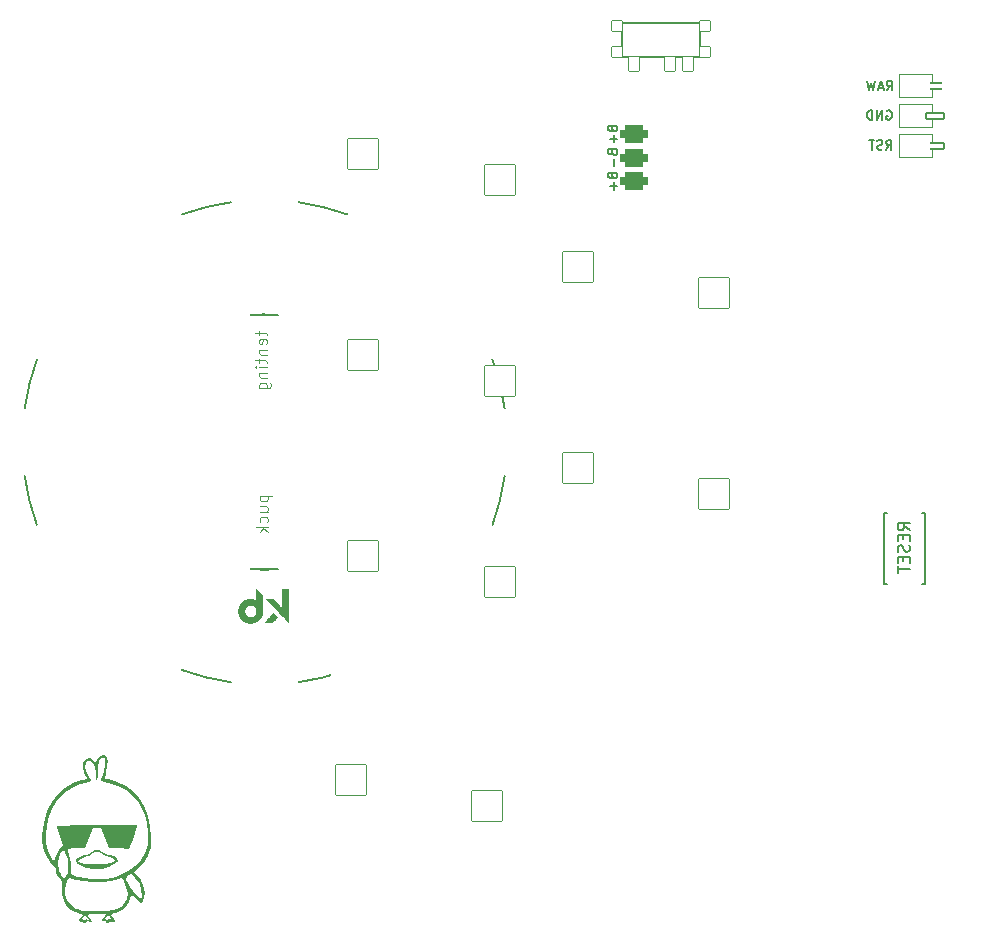
<source format=gbo>
%TF.GenerationSoftware,KiCad,Pcbnew,(6.0.4-0)*%
%TF.CreationDate,2022-07-25T11:59:58+02:00*%
%TF.ProjectId,battoota,62617474-6f6f-4746-912e-6b696361645f,v1.0.0*%
%TF.SameCoordinates,Original*%
%TF.FileFunction,Legend,Bot*%
%TF.FilePolarity,Positive*%
%FSLAX46Y46*%
G04 Gerber Fmt 4.6, Leading zero omitted, Abs format (unit mm)*
G04 Created by KiCad (PCBNEW (6.0.4-0)) date 2022-07-25 11:59:58*
%MOMM*%
%LPD*%
G01*
G04 APERTURE LIST*
G04 Aperture macros list*
%AMRoundRect*
0 Rectangle with rounded corners*
0 $1 Rounding radius*
0 $2 $3 $4 $5 $6 $7 $8 $9 X,Y pos of 4 corners*
0 Add a 4 corners polygon primitive as box body*
4,1,4,$2,$3,$4,$5,$6,$7,$8,$9,$2,$3,0*
0 Add four circle primitives for the rounded corners*
1,1,$1+$1,$2,$3*
1,1,$1+$1,$4,$5*
1,1,$1+$1,$6,$7*
1,1,$1+$1,$8,$9*
0 Add four rect primitives between the rounded corners*
20,1,$1+$1,$2,$3,$4,$5,0*
20,1,$1+$1,$4,$5,$6,$7,0*
20,1,$1+$1,$6,$7,$8,$9,0*
20,1,$1+$1,$8,$9,$2,$3,0*%
%AMFreePoly0*
4,1,16,0.685355,0.785355,0.700000,0.750000,0.691603,0.722265,0.210093,0.000000,0.691603,-0.722265,0.699029,-0.759806,0.677735,-0.791603,0.650000,-0.800000,-0.500000,-0.800000,-0.535355,-0.785355,-0.550000,-0.750000,-0.550000,0.750000,-0.535355,0.785355,-0.500000,0.800000,0.650000,0.800000,0.685355,0.785355,0.685355,0.785355,$1*%
%AMFreePoly1*
4,1,16,0.535355,0.785355,0.550000,0.750000,0.550000,-0.750000,0.535355,-0.785355,0.500000,-0.800000,-0.500000,-0.800000,-0.535355,-0.785355,-0.541603,-0.777735,-1.041603,-0.027735,-1.049029,0.009806,-1.041603,0.027735,-0.541603,0.777735,-0.509806,0.799029,-0.500000,0.800000,0.500000,0.800000,0.535355,0.785355,0.535355,0.785355,$1*%
G04 Aperture macros list end*
%ADD10C,0.150000*%
%ADD11C,0.100000*%
%ADD12C,0.120000*%
%ADD13C,0.200000*%
%ADD14C,0.010000*%
%ADD15RoundRect,0.375000X-0.750000X0.375000X-0.750000X-0.375000X0.750000X-0.375000X0.750000X0.375000X0*%
%ADD16C,1.752600*%
%ADD17C,2.100000*%
%ADD18C,1.801800*%
%ADD19C,3.100000*%
%ADD20C,3.529000*%
%ADD21RoundRect,0.050000X-1.054507X-1.505993X1.505993X-1.054507X1.054507X1.505993X-1.505993X1.054507X0*%
%ADD22C,2.132000*%
%ADD23RoundRect,0.050000X-1.181751X-1.408356X1.408356X-1.181751X1.181751X1.408356X-1.408356X1.181751X0*%
%ADD24RoundRect,0.050000X-1.300000X-1.300000X1.300000X-1.300000X1.300000X1.300000X-1.300000X1.300000X0*%
%ADD25RoundRect,0.050000X-0.450000X-0.450000X0.450000X-0.450000X0.450000X0.450000X-0.450000X0.450000X0*%
%ADD26C,1.100000*%
%ADD27RoundRect,0.050000X-0.450000X-0.625000X0.450000X-0.625000X0.450000X0.625000X-0.450000X0.625000X0*%
%ADD28RoundRect,0.050000X-1.716367X-0.658851X0.658851X-1.716367X1.716367X0.658851X-0.658851X1.716367X0*%
%ADD29RoundRect,0.425000X-0.750000X0.375000X-0.750000X-0.375000X0.750000X-0.375000X0.750000X0.375000X0*%
%ADD30RoundRect,0.050000X-0.863113X-1.623279X1.623279X-0.863113X0.863113X1.623279X-1.623279X0.863113X0*%
%ADD31RoundRect,0.050000X-1.487360X-1.080630X1.080630X-1.487360X1.487360X1.080630X-1.080630X1.487360X0*%
%ADD32C,1.852600*%
%ADD33FreePoly0,180.000000*%
%ADD34RoundRect,0.050000X-0.762000X0.250000X-0.762000X-0.250000X0.762000X-0.250000X0.762000X0.250000X0*%
%ADD35FreePoly1,180.000000*%
%ADD36C,4.500000*%
G04 APERTURE END LIST*
D10*
%TO.C,B1*%
X158422171Y79202634D02*
X157945981Y79535968D01*
X158422171Y79774063D02*
X157422171Y79774063D01*
X157422171Y79393111D01*
X157469791Y79297873D01*
X157517410Y79250254D01*
X157612648Y79202634D01*
X157755505Y79202634D01*
X157850743Y79250254D01*
X157898362Y79297873D01*
X157945981Y79393111D01*
X157945981Y79774063D01*
X157898362Y78774063D02*
X157898362Y78440730D01*
X158422171Y78297873D02*
X158422171Y78774063D01*
X157422171Y78774063D01*
X157422171Y78297873D01*
X158374552Y77916920D02*
X158422171Y77774063D01*
X158422171Y77535968D01*
X158374552Y77440730D01*
X158326933Y77393111D01*
X158231695Y77345492D01*
X158136457Y77345492D01*
X158041219Y77393111D01*
X157993600Y77440730D01*
X157945981Y77535968D01*
X157898362Y77726444D01*
X157850743Y77821682D01*
X157803124Y77869301D01*
X157707886Y77916920D01*
X157612648Y77916920D01*
X157517410Y77869301D01*
X157469791Y77821682D01*
X157422171Y77726444D01*
X157422171Y77488349D01*
X157469791Y77345492D01*
X157898362Y76916920D02*
X157898362Y76583587D01*
X158422171Y76440730D02*
X158422171Y76916920D01*
X157422171Y76916920D01*
X157422171Y76440730D01*
X157422171Y76155015D02*
X157422171Y75583587D01*
X158422171Y75869301D02*
X157422171Y75869301D01*
%TO.C,PAD1*%
X133252648Y109176349D02*
X133290743Y109062063D01*
X133328838Y109023968D01*
X133405029Y108985873D01*
X133519314Y108985873D01*
X133595505Y109023968D01*
X133633600Y109062063D01*
X133671695Y109138254D01*
X133671695Y109443015D01*
X132871695Y109443015D01*
X132871695Y109176349D01*
X132909791Y109100158D01*
X132947886Y109062063D01*
X133024076Y109023968D01*
X133100267Y109023968D01*
X133176457Y109062063D01*
X133214552Y109100158D01*
X133252648Y109176349D01*
X133252648Y109443015D01*
X133366933Y108643015D02*
X133366933Y108033492D01*
X133671695Y108338254D02*
X133062171Y108338254D01*
X133252648Y113176349D02*
X133290743Y113062063D01*
X133328838Y113023968D01*
X133405029Y112985873D01*
X133519314Y112985873D01*
X133595505Y113023968D01*
X133633600Y113062063D01*
X133671695Y113138254D01*
X133671695Y113443015D01*
X132871695Y113443015D01*
X132871695Y113176349D01*
X132909791Y113100158D01*
X132947886Y113062063D01*
X133024076Y113023968D01*
X133100267Y113023968D01*
X133176457Y113062063D01*
X133214552Y113100158D01*
X133252648Y113176349D01*
X133252648Y113443015D01*
X133366933Y112643015D02*
X133366933Y112033492D01*
X133671695Y112338254D02*
X133062171Y112338254D01*
X133252648Y111176349D02*
X133290743Y111062063D01*
X133328838Y111023968D01*
X133405029Y110985873D01*
X133519314Y110985873D01*
X133595505Y111023968D01*
X133633600Y111062063D01*
X133671695Y111138254D01*
X133671695Y111443015D01*
X132871695Y111443015D01*
X132871695Y111176349D01*
X132909791Y111100158D01*
X132947886Y111062063D01*
X133024076Y111023968D01*
X133100267Y111023968D01*
X133176457Y111062063D01*
X133214552Y111100158D01*
X133252648Y111176349D01*
X133252648Y111443015D01*
X133366933Y110643015D02*
X133366933Y110033492D01*
%TO.C,MCU1*%
X156461797Y116446070D02*
X156728464Y116827022D01*
X156918940Y116446070D02*
X156918940Y117246070D01*
X156614178Y117246070D01*
X156537988Y117207975D01*
X156499893Y117169879D01*
X156461797Y117093689D01*
X156461797Y116979403D01*
X156499893Y116903213D01*
X156537988Y116865117D01*
X156614178Y116827022D01*
X156918940Y116827022D01*
X156157036Y116674641D02*
X155776083Y116674641D01*
X156233226Y116446070D02*
X155966559Y117246070D01*
X155699893Y116446070D01*
X155509417Y117246070D02*
X155318940Y116446070D01*
X155166559Y117017498D01*
X155014178Y116446070D01*
X154823702Y117246070D01*
X156424534Y111408502D02*
X156691200Y111789454D01*
X156881677Y111408502D02*
X156881677Y112208502D01*
X156576915Y112208502D01*
X156500724Y112170407D01*
X156462629Y112132311D01*
X156424534Y112056121D01*
X156424534Y111941835D01*
X156462629Y111865645D01*
X156500724Y111827549D01*
X156576915Y111789454D01*
X156881677Y111789454D01*
X156119772Y111446597D02*
X156005486Y111408502D01*
X155815010Y111408502D01*
X155738819Y111446597D01*
X155700724Y111484692D01*
X155662629Y111560883D01*
X155662629Y111637073D01*
X155700724Y111713264D01*
X155738819Y111751359D01*
X155815010Y111789454D01*
X155967391Y111827549D01*
X156043581Y111865645D01*
X156081677Y111903740D01*
X156119772Y111979930D01*
X156119772Y112056121D01*
X156081677Y112132311D01*
X156043581Y112170407D01*
X155967391Y112208502D01*
X155776915Y112208502D01*
X155662629Y112170407D01*
X155434058Y112208502D02*
X154976915Y112208502D01*
X155205486Y111408502D02*
X155205486Y112208502D01*
X156481677Y114710407D02*
X156557868Y114748502D01*
X156672154Y114748502D01*
X156786439Y114710407D01*
X156862630Y114634216D01*
X156900725Y114558026D01*
X156938820Y114405645D01*
X156938820Y114291359D01*
X156900725Y114138978D01*
X156862630Y114062787D01*
X156786439Y113986597D01*
X156672154Y113948502D01*
X156595963Y113948502D01*
X156481677Y113986597D01*
X156443582Y114024692D01*
X156443582Y114291359D01*
X156595963Y114291359D01*
X156100725Y113948502D02*
X156100725Y114748502D01*
X155643582Y113948502D01*
X155643582Y114748502D01*
X155262630Y113948502D02*
X155262630Y114748502D01*
X155072154Y114748502D01*
X154957868Y114710407D01*
X154881677Y114634216D01*
X154843582Y114558026D01*
X154805487Y114405645D01*
X154805487Y114291359D01*
X154843582Y114138978D01*
X154881677Y114062787D01*
X154957868Y113986597D01*
X155072154Y113948502D01*
X155262630Y113948502D01*
D11*
%TO.C,REF\u002A\u002A*%
X103342638Y96061754D02*
X103342638Y95680801D01*
X103009304Y95918896D02*
X103866447Y95918896D01*
X103961685Y95871277D01*
X104009304Y95776039D01*
X104009304Y95680801D01*
X103961685Y94966515D02*
X104009304Y95061754D01*
X104009304Y95252230D01*
X103961685Y95347468D01*
X103866447Y95395087D01*
X103485495Y95395087D01*
X103390257Y95347468D01*
X103342638Y95252230D01*
X103342638Y95061754D01*
X103390257Y94966515D01*
X103485495Y94918896D01*
X103580733Y94918896D01*
X103675971Y95395087D01*
X103342638Y94490325D02*
X104009304Y94490325D01*
X103437876Y94490325D02*
X103390257Y94442706D01*
X103342638Y94347468D01*
X103342638Y94204611D01*
X103390257Y94109373D01*
X103485495Y94061754D01*
X104009304Y94061754D01*
X103342638Y93728420D02*
X103342638Y93347468D01*
X103009304Y93585563D02*
X103866447Y93585563D01*
X103961685Y93537944D01*
X104009304Y93442706D01*
X104009304Y93347468D01*
X104009304Y93014134D02*
X103342638Y93014134D01*
X103009304Y93014134D02*
X103056924Y93061754D01*
X103104543Y93014134D01*
X103056924Y92966515D01*
X103009304Y93014134D01*
X103104543Y93014134D01*
X103342638Y92537944D02*
X104009304Y92537944D01*
X103437876Y92537944D02*
X103390257Y92490325D01*
X103342638Y92395087D01*
X103342638Y92252230D01*
X103390257Y92156992D01*
X103485495Y92109373D01*
X104009304Y92109373D01*
X103342638Y91204611D02*
X104152162Y91204611D01*
X104247400Y91252230D01*
X104295019Y91299849D01*
X104342638Y91395087D01*
X104342638Y91537944D01*
X104295019Y91633182D01*
X103961685Y91204611D02*
X104009304Y91299849D01*
X104009304Y91490325D01*
X103961685Y91585563D01*
X103914066Y91633182D01*
X103818828Y91680801D01*
X103533114Y91680801D01*
X103437876Y91633182D01*
X103390257Y91585563D01*
X103342638Y91490325D01*
X103342638Y91299849D01*
X103390257Y91204611D01*
X103406138Y82107754D02*
X104406138Y82107754D01*
X103453757Y82107754D02*
X103406138Y82012515D01*
X103406138Y81822039D01*
X103453757Y81726801D01*
X103501376Y81679182D01*
X103596614Y81631563D01*
X103882328Y81631563D01*
X103977566Y81679182D01*
X104025185Y81726801D01*
X104072804Y81822039D01*
X104072804Y82012515D01*
X104025185Y82107754D01*
X103406138Y80774420D02*
X104072804Y80774420D01*
X103406138Y81202992D02*
X103929947Y81202992D01*
X104025185Y81155373D01*
X104072804Y81060134D01*
X104072804Y80917277D01*
X104025185Y80822039D01*
X103977566Y80774420D01*
X104025185Y79869658D02*
X104072804Y79964896D01*
X104072804Y80155373D01*
X104025185Y80250611D01*
X103977566Y80298230D01*
X103882328Y80345849D01*
X103596614Y80345849D01*
X103501376Y80298230D01*
X103453757Y80250611D01*
X103406138Y80155373D01*
X103406138Y79964896D01*
X103453757Y79869658D01*
X104072804Y79441087D02*
X103072804Y79441087D01*
X103691852Y79345849D02*
X104072804Y79060134D01*
X103406138Y79060134D02*
X103787090Y79441087D01*
D10*
%TO.C,B1*%
X159719791Y74623254D02*
X159469791Y74623254D01*
X159719791Y80623254D02*
X159719791Y74623254D01*
X156219791Y80623254D02*
X156469791Y80623254D01*
X156469791Y74623254D02*
X156219791Y74623254D01*
X156219791Y74623254D02*
X156219791Y80623254D01*
X159469791Y80623254D02*
X159719791Y80623254D01*
%TO.C,T2*%
X139318406Y122101838D02*
X135418406Y122101838D01*
X140668406Y119251838D02*
X140668406Y122101838D01*
X134068406Y122101838D02*
X134068406Y119251838D01*
X134068406Y119251838D02*
X140668406Y119251838D01*
X137368406Y122101838D02*
X134068406Y122101838D01*
X137368406Y122101838D02*
X140668406Y122101838D01*
D12*
%TO.C,MCU1*%
X160318690Y114622348D02*
X160318690Y115302348D01*
X160318690Y110762348D02*
X160318690Y111422348D01*
X160318690Y117842348D02*
X157518690Y117842348D01*
X157518690Y117842348D02*
X157518690Y115842348D01*
X160318690Y112097348D02*
X160318690Y112762348D01*
X157518690Y110762348D02*
X160318690Y110762348D01*
X160318690Y115842348D02*
X160318690Y116522348D01*
X157518690Y112762348D02*
X157518690Y110762348D01*
X160318690Y115302348D02*
X157518690Y115302348D01*
X160318690Y112762348D02*
X157518690Y112762348D01*
X160318690Y117172348D02*
X160318690Y117842348D01*
X160318690Y113302348D02*
X160318690Y113972348D01*
X157518690Y115302348D02*
X157518690Y113302348D01*
X157518690Y113302348D02*
X160318690Y113302348D01*
X157518690Y115842348D02*
X160318690Y115842348D01*
D13*
%TO.C,REF\u002A\u002A*%
X103810924Y75845253D02*
G75*
G03*
X104939309Y75904390I0J10794901D01*
G01*
X103729388Y97462195D02*
G75*
G03*
X102601003Y97403059I-6J-10794921D01*
G01*
X84524789Y93648298D02*
G75*
G03*
X83490924Y89497754I19286255J-7008074D01*
G01*
X104939309Y97376117D02*
G75*
G03*
X103810924Y97435254I-1128385J-10735763D01*
G01*
X102682539Y75904390D02*
G75*
G03*
X103810924Y75845254I1128379J10735785D01*
G01*
X110818973Y105926387D02*
G75*
G03*
X106668424Y106960254I-7008049J-19286133D01*
G01*
X123097058Y79632206D02*
G75*
G03*
X124130924Y83782754I-19286134J7008048D01*
G01*
X104857773Y97403059D02*
G75*
G03*
X103729388Y97462195I-1128379J-10735785D01*
G01*
X96802879Y67354119D02*
G75*
G03*
X100953424Y66320254I7008045J19286135D01*
G01*
X106668424Y66320254D02*
G75*
G03*
X110818969Y67354119I-2857506J20320019D01*
G01*
X83490923Y83782754D02*
G75*
G03*
X84524789Y79632208I20320001J2857500D01*
G01*
X100953424Y106960255D02*
G75*
G03*
X96802878Y105926389I2857500J-20320001D01*
G01*
X103729388Y75872195D02*
G75*
G03*
X104857773Y75931331I6J10794921D01*
G01*
X102601003Y75931331D02*
G75*
G03*
X103729388Y75872195I1128379J10735785D01*
G01*
X124130924Y89497754D02*
G75*
G03*
X123097058Y93648302I-20320000J-2857500D01*
G01*
X103810924Y97435254D02*
G75*
G03*
X102682539Y97376118I-6J-10794921D01*
G01*
G36*
X105810340Y71440839D02*
G01*
X105719496Y71533115D01*
X105705715Y71547111D01*
X105673854Y71579464D01*
X105627907Y71626118D01*
X105569091Y71685836D01*
X105498624Y71757381D01*
X105417725Y71839518D01*
X105327610Y71931011D01*
X105229498Y72030622D01*
X105124606Y72137115D01*
X105014152Y72249255D01*
X104899353Y72365804D01*
X104781428Y72485527D01*
X103934204Y73345664D01*
X104222572Y73348757D01*
X104510940Y73351851D01*
X105313886Y72549151D01*
X105313886Y74182709D01*
X105810340Y74182709D01*
X105810340Y71440839D01*
G37*
D14*
X105810340Y71440839D02*
X105719496Y71533115D01*
X105705715Y71547111D01*
X105673854Y71579464D01*
X105627907Y71626118D01*
X105569091Y71685836D01*
X105498624Y71757381D01*
X105417725Y71839518D01*
X105327610Y71931011D01*
X105229498Y72030622D01*
X105124606Y72137115D01*
X105014152Y72249255D01*
X104899353Y72365804D01*
X104781428Y72485527D01*
X103934204Y73345664D01*
X104222572Y73348757D01*
X104510940Y73351851D01*
X105313886Y72549151D01*
X105313886Y74182709D01*
X105810340Y74182709D01*
X105810340Y71440839D01*
G36*
X103607105Y72236831D02*
G01*
X103604492Y72208436D01*
X103595623Y72161986D01*
X103558070Y72034826D01*
X103502904Y71908963D01*
X103433212Y71790781D01*
X103352081Y71686661D01*
X103343687Y71677495D01*
X103235375Y71577169D01*
X103112955Y71493172D01*
X102979782Y71427193D01*
X102839214Y71380918D01*
X102694606Y71356037D01*
X102594360Y71351554D01*
X102445939Y71362953D01*
X102302520Y71395206D01*
X102166284Y71447229D01*
X102039409Y71517943D01*
X101924076Y71606265D01*
X101822463Y71711114D01*
X101736751Y71831407D01*
X101679496Y71938326D01*
X101626351Y72077562D01*
X101594995Y72222126D01*
X101588491Y72318490D01*
X102083730Y72318490D01*
X102084012Y72313200D01*
X102088330Y72257897D01*
X102095687Y72215605D01*
X102108332Y72176997D01*
X102128513Y72132751D01*
X102150001Y72094424D01*
X102191486Y72035630D01*
X102239543Y71980174D01*
X102288866Y71933980D01*
X102334152Y71902976D01*
X102350319Y71895200D01*
X102391224Y71877840D01*
X102434221Y71861754D01*
X102507048Y71842466D01*
X102610749Y71833945D01*
X102712290Y71846739D01*
X102809076Y71879871D01*
X102898508Y71932364D01*
X102977989Y72003241D01*
X103044923Y72091524D01*
X103073577Y72145669D01*
X103104009Y72239688D01*
X103114581Y72337237D01*
X103106275Y72435185D01*
X103080073Y72530398D01*
X103036960Y72619745D01*
X102977917Y72700091D01*
X102903927Y72768305D01*
X102815975Y72821254D01*
X102801972Y72827540D01*
X102703626Y72858165D01*
X102602274Y72868347D01*
X102501370Y72859027D01*
X102404371Y72831149D01*
X102314735Y72785653D01*
X102235918Y72723483D01*
X102171376Y72645579D01*
X102153606Y72617050D01*
X102109954Y72523627D01*
X102087098Y72425735D01*
X102083730Y72318490D01*
X101588491Y72318490D01*
X101584704Y72374604D01*
X101588265Y72464274D01*
X101610946Y72614553D01*
X101653698Y72756522D01*
X101715508Y72888507D01*
X101795366Y73008832D01*
X101892260Y73115821D01*
X102005180Y73207801D01*
X102133113Y73283094D01*
X102202964Y73315733D01*
X102278102Y73344950D01*
X102349754Y73364442D01*
X102426237Y73376379D01*
X102515872Y73382931D01*
X102533684Y73383599D01*
X102672885Y73377161D01*
X102803268Y73349485D01*
X102925484Y73300381D01*
X103040181Y73229659D01*
X103064315Y73212457D01*
X103089161Y73196114D01*
X103101592Y73189800D01*
X103102500Y73193830D01*
X103103949Y73217637D01*
X103105276Y73260760D01*
X103106445Y73320835D01*
X103107421Y73395497D01*
X103108171Y73482383D01*
X103108660Y73579128D01*
X103108852Y73683368D01*
X103109000Y74176936D01*
X103616704Y73666910D01*
X103616617Y72975196D01*
X103616614Y72963460D01*
X103616353Y72812986D01*
X103615689Y72675714D01*
X103614645Y72553058D01*
X103613242Y72446429D01*
X103611503Y72357240D01*
X103610919Y72337237D01*
X103609450Y72286903D01*
X103607105Y72236831D01*
G37*
X103607105Y72236831D02*
X103604492Y72208436D01*
X103595623Y72161986D01*
X103558070Y72034826D01*
X103502904Y71908963D01*
X103433212Y71790781D01*
X103352081Y71686661D01*
X103343687Y71677495D01*
X103235375Y71577169D01*
X103112955Y71493172D01*
X102979782Y71427193D01*
X102839214Y71380918D01*
X102694606Y71356037D01*
X102594360Y71351554D01*
X102445939Y71362953D01*
X102302520Y71395206D01*
X102166284Y71447229D01*
X102039409Y71517943D01*
X101924076Y71606265D01*
X101822463Y71711114D01*
X101736751Y71831407D01*
X101679496Y71938326D01*
X101626351Y72077562D01*
X101594995Y72222126D01*
X101588491Y72318490D01*
X102083730Y72318490D01*
X102084012Y72313200D01*
X102088330Y72257897D01*
X102095687Y72215605D01*
X102108332Y72176997D01*
X102128513Y72132751D01*
X102150001Y72094424D01*
X102191486Y72035630D01*
X102239543Y71980174D01*
X102288866Y71933980D01*
X102334152Y71902976D01*
X102350319Y71895200D01*
X102391224Y71877840D01*
X102434221Y71861754D01*
X102507048Y71842466D01*
X102610749Y71833945D01*
X102712290Y71846739D01*
X102809076Y71879871D01*
X102898508Y71932364D01*
X102977989Y72003241D01*
X103044923Y72091524D01*
X103073577Y72145669D01*
X103104009Y72239688D01*
X103114581Y72337237D01*
X103106275Y72435185D01*
X103080073Y72530398D01*
X103036960Y72619745D01*
X102977917Y72700091D01*
X102903927Y72768305D01*
X102815975Y72821254D01*
X102801972Y72827540D01*
X102703626Y72858165D01*
X102602274Y72868347D01*
X102501370Y72859027D01*
X102404371Y72831149D01*
X102314735Y72785653D01*
X102235918Y72723483D01*
X102171376Y72645579D01*
X102153606Y72617050D01*
X102109954Y72523627D01*
X102087098Y72425735D01*
X102083730Y72318490D01*
X101588491Y72318490D01*
X101584704Y72374604D01*
X101588265Y72464274D01*
X101610946Y72614553D01*
X101653698Y72756522D01*
X101715508Y72888507D01*
X101795366Y73008832D01*
X101892260Y73115821D01*
X102005180Y73207801D01*
X102133113Y73283094D01*
X102202964Y73315733D01*
X102278102Y73344950D01*
X102349754Y73364442D01*
X102426237Y73376379D01*
X102515872Y73382931D01*
X102533684Y73383599D01*
X102672885Y73377161D01*
X102803268Y73349485D01*
X102925484Y73300381D01*
X103040181Y73229659D01*
X103064315Y73212457D01*
X103089161Y73196114D01*
X103101592Y73189800D01*
X103102500Y73193830D01*
X103103949Y73217637D01*
X103105276Y73260760D01*
X103106445Y73320835D01*
X103107421Y73395497D01*
X103108171Y73482383D01*
X103108660Y73579128D01*
X103108852Y73683368D01*
X103109000Y74176936D01*
X103616704Y73666910D01*
X103616617Y72975196D01*
X103616614Y72963460D01*
X103616353Y72812986D01*
X103615689Y72675714D01*
X103614645Y72553058D01*
X103613242Y72446429D01*
X103611503Y72357240D01*
X103610919Y72337237D01*
X103609450Y72286903D01*
X103607105Y72236831D01*
G36*
X104516572Y72150526D02*
G01*
X104528801Y72140478D01*
X104554283Y72116858D01*
X104590430Y72082145D01*
X104634654Y72038820D01*
X104684367Y71989365D01*
X104845402Y71828021D01*
X104811520Y71790206D01*
X104808343Y71786714D01*
X104786475Y71763505D01*
X104752129Y71727759D01*
X104708313Y71682579D01*
X104658030Y71631066D01*
X104604288Y71576323D01*
X104430938Y71400254D01*
X103810924Y71400254D01*
X103839225Y71433889D01*
X103841518Y71436580D01*
X103862186Y71459809D01*
X103894944Y71495649D01*
X103937804Y71541994D01*
X103988776Y71596737D01*
X104045872Y71657772D01*
X104107102Y71722991D01*
X104170477Y71790289D01*
X104234010Y71857559D01*
X104295709Y71922694D01*
X104353588Y71983588D01*
X104405655Y72038134D01*
X104449924Y72084226D01*
X104484403Y72119757D01*
X104507106Y72142620D01*
X104516041Y72150709D01*
X104516572Y72150526D01*
G37*
X104516572Y72150526D02*
X104528801Y72140478D01*
X104554283Y72116858D01*
X104590430Y72082145D01*
X104634654Y72038820D01*
X104684367Y71989365D01*
X104845402Y71828021D01*
X104811520Y71790206D01*
X104808343Y71786714D01*
X104786475Y71763505D01*
X104752129Y71727759D01*
X104708313Y71682579D01*
X104658030Y71631066D01*
X104604288Y71576323D01*
X104430938Y71400254D01*
X103810924Y71400254D01*
X103839225Y71433889D01*
X103841518Y71436580D01*
X103862186Y71459809D01*
X103894944Y71495649D01*
X103937804Y71541994D01*
X103988776Y71596737D01*
X104045872Y71657772D01*
X104107102Y71722991D01*
X104170477Y71790289D01*
X104234010Y71857559D01*
X104295709Y71922694D01*
X104353588Y71983588D01*
X104405655Y72038134D01*
X104449924Y72084226D01*
X104484403Y72119757D01*
X104507106Y72142620D01*
X104516041Y72150709D01*
X104516572Y72150526D01*
%TO.C,G\u002A\u002A\u002A*%
G36*
X90327187Y50563091D02*
G01*
X90093894Y50498779D01*
X89843783Y50479571D01*
X89507703Y50490746D01*
X89223255Y50511888D01*
X88953348Y50555431D01*
X88817512Y50596739D01*
X89358979Y50596739D01*
X89409248Y50579853D01*
X89592369Y50573248D01*
X89716618Y50575718D01*
X89822992Y50589002D01*
X89782869Y50609940D01*
X89648587Y50623947D01*
X89401869Y50609940D01*
X89358979Y50596739D01*
X88817512Y50596739D01*
X88691094Y50635183D01*
X88573311Y50686007D01*
X90038633Y50686007D01*
X90039944Y50657105D01*
X90149758Y50641539D01*
X90232981Y50655097D01*
X90200911Y50692691D01*
X90151950Y50706219D01*
X90038633Y50686007D01*
X88573311Y50686007D01*
X88385032Y50767250D01*
X87983703Y50967738D01*
X87905318Y51039400D01*
X87829461Y51216421D01*
X87830027Y51224280D01*
X88036319Y51224280D01*
X88095019Y51109061D01*
X88322369Y50999467D01*
X88544154Y50945932D01*
X88920640Y50903848D01*
X89361611Y50890458D01*
X89828202Y50903416D01*
X90281549Y50940371D01*
X90682788Y50998977D01*
X90993053Y51076884D01*
X91173481Y51171744D01*
X91189906Y51192627D01*
X91164684Y51296484D01*
X90982404Y51410063D01*
X90652390Y51527007D01*
X90477039Y51584793D01*
X90190007Y51705888D01*
X89987178Y51824452D01*
X89760169Y51951971D01*
X89475114Y51969171D01*
X89213503Y51822192D01*
X89089201Y51736155D01*
X88832226Y51611111D01*
X88530713Y51501217D01*
X88422711Y51466386D01*
X88145730Y51343823D01*
X88036319Y51224280D01*
X87830027Y51224280D01*
X87837557Y51328764D01*
X87937717Y51442655D01*
X88168128Y51565748D01*
X88274289Y51610855D01*
X88530439Y51698135D01*
X88718040Y51733662D01*
X88745115Y51735839D01*
X88941631Y51807083D01*
X89153596Y51947188D01*
X89202855Y51987008D01*
X89476844Y52133179D01*
X89744241Y52123481D01*
X90042519Y51958388D01*
X90061763Y51944527D01*
X90342355Y51796579D01*
X90638491Y51708258D01*
X90758191Y51685613D01*
X91076128Y51572708D01*
X91291269Y51411731D01*
X91370369Y51224648D01*
X91366145Y51192627D01*
X91365375Y51186787D01*
X91285192Y51069704D01*
X91089733Y50932019D01*
X90756536Y50756602D01*
X90612813Y50687227D01*
X90538885Y50655097D01*
X90386806Y50589002D01*
X90327187Y50563091D01*
G37*
G36*
X93496478Y47840854D02*
G01*
X93317064Y47629188D01*
X93126883Y47850426D01*
X92935109Y48041725D01*
X92721027Y48208755D01*
X92505352Y48345845D01*
X92404082Y47967207D01*
X92326695Y47742854D01*
X92063267Y47318343D01*
X91691250Y47000502D01*
X91237897Y46816229D01*
X90987659Y46747766D01*
X90814773Y46653961D01*
X90802805Y46547232D01*
X90947036Y46421170D01*
X91049778Y46322193D01*
X91075063Y46255596D01*
X91116369Y46146804D01*
X91104137Y46023806D01*
X91034097Y45987600D01*
X90865267Y46061304D01*
X90741950Y46099483D01*
X90661823Y46018971D01*
X90610823Y45937471D01*
X90490080Y45902344D01*
X90388578Y46011165D01*
X90336176Y46071123D01*
X90179568Y46085957D01*
X90096097Y46077600D01*
X90019803Y46141527D01*
X90044899Y46255174D01*
X90213811Y46255174D01*
X90285565Y46261947D01*
X90372525Y46267912D01*
X90467091Y46163995D01*
X90479393Y46123146D01*
X90516433Y46090500D01*
X90567403Y46212806D01*
X90579832Y46249362D01*
X90647617Y46349693D01*
X90747757Y46306574D01*
X90819451Y46260946D01*
X90914000Y46255596D01*
X90902610Y46308867D01*
X90784954Y46397640D01*
X90675293Y46486255D01*
X90601685Y46637333D01*
X90587193Y46728234D01*
X90549155Y46655521D01*
X90474151Y46533140D01*
X90323006Y46372473D01*
X90275406Y46330109D01*
X90213811Y46255174D01*
X90044899Y46255174D01*
X90049649Y46276686D01*
X90185036Y46443854D01*
X90297757Y46564134D01*
X90354369Y46668643D01*
X90335094Y46684618D01*
X90188093Y46713126D01*
X89927928Y46732831D01*
X89592369Y46740188D01*
X89197779Y46730957D01*
X88941023Y46697233D01*
X88830099Y46631983D01*
X88853496Y46528189D01*
X88999703Y46378833D01*
X89109285Y46254435D01*
X89133005Y46195516D01*
X89169036Y46106017D01*
X89113228Y46003284D01*
X88986429Y45984833D01*
X88869572Y46067921D01*
X88812028Y46097330D01*
X88700941Y46004421D01*
X88690088Y45989981D01*
X88584907Y45902136D01*
X88480469Y45957021D01*
X88412322Y46006605D01*
X88220769Y46062854D01*
X88166526Y46069158D01*
X88077762Y46150711D01*
X88098967Y46267136D01*
X88279361Y46267136D01*
X88338232Y46265068D01*
X88424416Y46269059D01*
X88510470Y46163995D01*
X88522429Y46112802D01*
X88559714Y46076359D01*
X88634580Y46185855D01*
X88669267Y46242436D01*
X88756016Y46303828D01*
X88885676Y46230750D01*
X88947930Y46185721D01*
X88962335Y46195516D01*
X88862313Y46319417D01*
X88722498Y46503285D01*
X88636163Y46655521D01*
X88635901Y46656239D01*
X88597107Y46733051D01*
X88583054Y46644681D01*
X88529612Y46516124D01*
X88385869Y46364755D01*
X88366536Y46350137D01*
X88279361Y46267136D01*
X88098967Y46267136D01*
X88102312Y46285503D01*
X88237703Y46421170D01*
X88328042Y46487085D01*
X88398203Y46612253D01*
X88303735Y46712472D01*
X88047203Y46782873D01*
X88034864Y46784898D01*
X87558291Y46947150D01*
X87157820Y47247382D01*
X86868125Y47659806D01*
X86784850Y47853607D01*
X86720381Y48095361D01*
X86690444Y48391779D01*
X86685939Y48799801D01*
X86685896Y48837364D01*
X86906702Y48837364D01*
X86940891Y48313601D01*
X87100295Y47842007D01*
X87372870Y47453195D01*
X87746571Y47177777D01*
X87784776Y47159145D01*
X87973133Y47080671D01*
X88177582Y47026214D01*
X88436431Y46990037D01*
X88787991Y46966405D01*
X89270571Y46949580D01*
X89841733Y46941196D01*
X90460230Y46959197D01*
X90948617Y47015750D01*
X91327855Y47116953D01*
X91618906Y47268904D01*
X91842730Y47477699D01*
X92020290Y47749436D01*
X92121565Y47985996D01*
X92203507Y48365742D01*
X92192472Y48715411D01*
X92085612Y48981238D01*
X92070675Y49002342D01*
X91963135Y49212075D01*
X91873084Y49469149D01*
X91815709Y49647676D01*
X91743966Y49736179D01*
X91641983Y49714123D01*
X91621632Y49704679D01*
X91443371Y49645291D01*
X91161716Y49569004D01*
X90827820Y49489903D01*
X90762664Y49476124D01*
X90063620Y49389180D01*
X89299709Y49386041D01*
X88543261Y49463562D01*
X87866607Y49618601D01*
X87574945Y49702324D01*
X87315746Y49735767D01*
X87149485Y49671989D01*
X87041283Y49494437D01*
X86956262Y49186557D01*
X86906702Y48837364D01*
X86685896Y48837364D01*
X86685606Y49093225D01*
X86670300Y49370750D01*
X86634171Y49528102D01*
X86573222Y49593410D01*
X86529881Y49620913D01*
X86400384Y49776930D01*
X86267134Y50007891D01*
X86163046Y50251711D01*
X86121036Y50446308D01*
X86114528Y50487239D01*
X86023539Y50660947D01*
X85859483Y50851847D01*
X85703198Y51021938D01*
X86320070Y51021938D01*
X86374927Y50465978D01*
X86409834Y50345756D01*
X86530661Y50069570D01*
X86670507Y49873665D01*
X86868648Y49687521D01*
X87021657Y49921041D01*
X87029016Y49932732D01*
X87121623Y50192780D01*
X87169081Y50553532D01*
X87170910Y50956073D01*
X87126629Y51341486D01*
X87035759Y51650854D01*
X87021549Y51682373D01*
X86917348Y51925824D01*
X86843945Y52116521D01*
X86830144Y52154175D01*
X86783584Y52209505D01*
X86712544Y52150235D01*
X86589110Y51959124D01*
X86412530Y51565123D01*
X86320070Y51021938D01*
X85703198Y51021938D01*
X85628698Y51103019D01*
X85283723Y51664216D01*
X85065948Y52322795D01*
X84977346Y53067126D01*
X84988670Y53284974D01*
X85274369Y53284974D01*
X85288634Y52851574D01*
X85369292Y52305132D01*
X85533778Y51829423D01*
X85796394Y51372036D01*
X86008913Y51059286D01*
X86151615Y51572560D01*
X86209660Y51753004D01*
X86357279Y52080907D01*
X86519060Y52310575D01*
X86743802Y52535318D01*
X86464783Y53324894D01*
X86387973Y53547603D01*
X86291516Y53847492D01*
X86232159Y54059954D01*
X86220505Y54149212D01*
X86230363Y54151677D01*
X86366967Y54161412D01*
X86649145Y54173075D01*
X87058625Y54186160D01*
X87577138Y54200164D01*
X88186414Y54214581D01*
X88868181Y54228907D01*
X89604171Y54242639D01*
X90492213Y54256670D01*
X91276644Y54265326D01*
X91905656Y54267501D01*
X92386348Y54263127D01*
X92725822Y54252135D01*
X92931179Y54234459D01*
X93009519Y54210029D01*
X93004086Y54103750D01*
X92946232Y53872908D01*
X92845312Y53552932D01*
X92711302Y53178329D01*
X92356661Y52237925D01*
X91504604Y52261890D01*
X90652548Y52285854D01*
X89958800Y53979188D01*
X89298256Y53979188D01*
X88951429Y53132521D01*
X88604603Y52285854D01*
X87861605Y52261257D01*
X87818161Y52259901D01*
X87488471Y52251566D01*
X87283417Y52229655D01*
X87184831Y52163698D01*
X87174546Y52023226D01*
X87234395Y51777768D01*
X87346209Y51396854D01*
X87414695Y51088998D01*
X87417326Y50956073D01*
X87426496Y50492865D01*
X87373068Y50054541D01*
X87953552Y49868590D01*
X88078639Y49831881D01*
X88606188Y49725834D01*
X89211003Y49661984D01*
X89833477Y49642774D01*
X90414005Y49670649D01*
X90892979Y49748053D01*
X90943724Y49764847D01*
X92048530Y49764847D01*
X92087404Y49585822D01*
X92215526Y49297332D01*
X92405982Y48971155D01*
X92630639Y48654690D01*
X92861365Y48395338D01*
X92893656Y48365742D01*
X93066618Y48207214D01*
X93240417Y48064697D01*
X93332850Y48010188D01*
X93357026Y48023492D01*
X93394019Y48152079D01*
X93401587Y48377589D01*
X93382300Y48650931D01*
X93338730Y48923011D01*
X93273445Y49144734D01*
X93220882Y49252596D01*
X93047933Y49527298D01*
X92842058Y49788083D01*
X92674771Y49967199D01*
X92551821Y50059804D01*
X92442010Y50062778D01*
X92293649Y49995690D01*
X92281081Y49989055D01*
X92116090Y49871511D01*
X92048530Y49764847D01*
X90943724Y49764847D01*
X91582108Y49976121D01*
X92274672Y50327999D01*
X92875763Y50768056D01*
X93360487Y51277776D01*
X93703947Y51838643D01*
X93783086Y52019020D01*
X93869107Y52260959D01*
X93917969Y52503945D01*
X93939391Y52804010D01*
X93943095Y53217188D01*
X93930883Y53634854D01*
X93841587Y54362170D01*
X93652142Y55041744D01*
X93346387Y55741958D01*
X93141197Y56107299D01*
X92666960Y56719640D01*
X92089748Y57201636D01*
X91401896Y57559016D01*
X90595739Y57797506D01*
X90545058Y57808137D01*
X90253132Y57872087D01*
X90041496Y57923000D01*
X89953003Y57950666D01*
X89950666Y57958237D01*
X89976249Y58069708D01*
X90047793Y58263021D01*
X90123882Y58474728D01*
X90221208Y58834379D01*
X90292825Y59203233D01*
X90328465Y59525015D01*
X90317863Y59743447D01*
X90256285Y59873528D01*
X90094436Y59948188D01*
X90065581Y59946291D01*
X89899912Y59841360D01*
X89778012Y59582407D01*
X89702760Y59178467D01*
X89677036Y58638574D01*
X89670096Y58323907D01*
X89648051Y58065996D01*
X89617126Y57936507D01*
X89583768Y57945455D01*
X89554422Y58102857D01*
X89535537Y58418730D01*
X89508998Y58721511D01*
X89405931Y59133611D01*
X89240228Y59448607D01*
X89026332Y59632082D01*
X88933179Y59665474D01*
X88756564Y59644968D01*
X88652692Y59475659D01*
X88618703Y59154197D01*
X88666719Y58818000D01*
X88844370Y58496142D01*
X88981193Y58308045D01*
X89092948Y58093500D01*
X89068670Y57953302D01*
X88897373Y57859073D01*
X88568073Y57782437D01*
X88211930Y57698465D01*
X87487992Y57408783D01*
X86850089Y56984477D01*
X86307459Y56438158D01*
X85869336Y55782437D01*
X85544956Y55029926D01*
X85343555Y54193234D01*
X85274369Y53284974D01*
X84988670Y53284974D01*
X85019890Y53885578D01*
X85195552Y54766519D01*
X85411673Y55419943D01*
X85797630Y56191536D01*
X86288554Y56845433D01*
X86875701Y57372510D01*
X87550327Y57763643D01*
X88303688Y58009708D01*
X88517515Y58057132D01*
X88723741Y58106208D01*
X88813388Y58132298D01*
X88810864Y58152820D01*
X88746215Y58275751D01*
X88622888Y58468410D01*
X88484445Y58731012D01*
X88401326Y59107081D01*
X88444705Y59458001D01*
X88614854Y59740370D01*
X88734357Y59852502D01*
X88881800Y59932081D01*
X89031234Y59892758D01*
X89241344Y59733928D01*
X89495977Y59519668D01*
X89607673Y59752019D01*
X89739053Y59938141D01*
X89946417Y60111637D01*
X90080980Y60178760D01*
X90208351Y60183543D01*
X90348584Y60080424D01*
X90446711Y59941215D01*
X90518557Y59626850D01*
X90502832Y59200470D01*
X90398816Y58682125D01*
X90351625Y58485535D01*
X90316032Y58275451D01*
X90320115Y58176220D01*
X90389585Y58146641D01*
X90586219Y58092276D01*
X90856786Y58031585D01*
X91343834Y57900076D01*
X92055427Y57573745D01*
X92677892Y57113762D01*
X93204061Y56530535D01*
X93626766Y55834474D01*
X93938840Y55035987D01*
X94133114Y54145482D01*
X94199296Y53217188D01*
X94202420Y53173367D01*
X94202950Y52918046D01*
X94196997Y52563671D01*
X94175039Y52305306D01*
X94128711Y52095806D01*
X94049650Y51888028D01*
X93929495Y51634830D01*
X93670348Y51197384D01*
X93193792Y50652409D01*
X92735297Y50233371D01*
X92991921Y49989613D01*
X93232255Y49705644D01*
X93449869Y49314046D01*
X93594421Y48892062D01*
X93656589Y48479400D01*
X93648318Y48377589D01*
X93627049Y48115762D01*
X93496478Y47840854D01*
G37*
%TD*%
D15*
%TO.C,PAD1*%
X135109791Y108738254D03*
X135109791Y110738254D03*
X135109791Y112738254D03*
%TD*%
D16*
%TO.C,MCU1*%
X161977213Y114302348D03*
X161977213Y111762348D03*
X146737213Y111762348D03*
X146737213Y116926094D03*
X161977213Y116842348D03*
X146737213Y114302348D03*
X146737213Y109222348D03*
X146737213Y106682348D03*
X146737213Y104142348D03*
X146737213Y101602348D03*
X146737213Y99062348D03*
X146737213Y96522348D03*
X146737213Y93982348D03*
X146737213Y91442348D03*
X146737213Y88902348D03*
X161977213Y109222348D03*
X161977213Y106682348D03*
X161977213Y104142348D03*
X161977213Y101602348D03*
X161977213Y99062348D03*
X161977213Y96522348D03*
X161977213Y93982348D03*
X161977213Y91442348D03*
X161977213Y88902348D03*
%TD*%
%LPC*%
D17*
%TO.C,B1*%
X157969791Y80873254D03*
X157969791Y74373254D03*
%TD*%
D18*
%TO.C,S11*%
X65970667Y103790002D03*
D19*
X75659968Y109306336D03*
X70353903Y110604673D03*
D20*
X71387110Y104745067D03*
D18*
X76803553Y105700132D03*
D19*
X65811891Y107569854D03*
D21*
X67128657Y110035975D03*
D22*
X67122934Y100134557D03*
X76971012Y101871038D03*
D21*
X78885214Y109875034D03*
D22*
X72411634Y98934701D03*
%TD*%
D19*
%TO.C,S15*%
X88913836Y100414117D03*
X93703066Y103041525D03*
X98875783Y101285675D03*
D20*
X94221643Y97114167D03*
D18*
X99700714Y97593524D03*
X88742572Y96634810D03*
D22*
X89571861Y92892848D03*
D23*
X90440528Y102756090D03*
D22*
X99533808Y93764406D03*
D23*
X102138320Y101571110D03*
D22*
X94735862Y91236618D03*
%TD*%
D19*
%TO.C,S21*%
X120424791Y91827253D03*
D18*
X109924791Y88077254D03*
X120924791Y88077254D03*
D20*
X115424791Y88077254D03*
D19*
X115424791Y94027254D03*
X110424791Y91827253D03*
D24*
X112149790Y94027254D03*
D22*
X120424791Y84277254D03*
X110424791Y84277254D03*
X115424791Y82177254D03*
D24*
X123699791Y91827253D03*
%TD*%
D19*
%TO.C,S31*%
X119400791Y55846253D03*
X109400791Y55846253D03*
D20*
X114400791Y52096254D03*
D18*
X108900791Y52096254D03*
X119900791Y52096254D03*
D19*
X114400791Y58046254D03*
D22*
X119400791Y48296254D03*
X109400791Y48296254D03*
D24*
X111125790Y58046254D03*
X122675791Y55846253D03*
D22*
X114400791Y46196254D03*
%TD*%
D25*
%TO.C,T2*%
X141068406Y121851838D03*
X133668406Y121851838D03*
X141068406Y119651838D03*
X133668406Y119651838D03*
D26*
X135868406Y120751838D03*
X138868406Y120751838D03*
D27*
X135118406Y118676838D03*
X138118406Y118676838D03*
X139618406Y118676838D03*
%TD*%
D19*
%TO.C,S29*%
X128599495Y99294490D03*
D20*
X133599495Y95544491D03*
D19*
X133599495Y101494491D03*
D18*
X128099495Y95544491D03*
X139099495Y95544491D03*
D19*
X138599495Y99294490D03*
D22*
X128599495Y91744491D03*
X138599495Y91744491D03*
D24*
X130324494Y101494491D03*
D22*
X133599495Y89644491D03*
D24*
X141874495Y99294490D03*
%TD*%
D18*
%TO.C,S33*%
X158021559Y42660992D03*
D19*
X149954594Y50357522D03*
X159090048Y46290155D03*
D18*
X147972559Y47135096D03*
D19*
X155417142Y50333639D03*
D20*
X152997059Y44898044D03*
D28*
X152425280Y51665702D03*
D22*
X156019187Y39392888D03*
X146883732Y43460254D03*
X150597313Y39508126D03*
D28*
X162081910Y44958093D03*
%TD*%
D19*
%TO.C,S7*%
X81564006Y75822872D03*
X76257941Y77121209D03*
D18*
X71874705Y70306538D03*
D19*
X71715929Y74086390D03*
D20*
X77291148Y71261603D03*
D18*
X82707591Y72216668D03*
D22*
X82875050Y68387574D03*
D21*
X73032695Y76552511D03*
D22*
X73026972Y66651093D03*
D21*
X84789252Y76391570D03*
D22*
X78315672Y65451237D03*
%TD*%
D29*
%TO.C,PAD1*%
X135109791Y108738254D03*
X135109791Y110738254D03*
X135109791Y112738254D03*
%TD*%
D19*
%TO.C,S5*%
X56527389Y87777963D03*
D20*
X52842259Y82729963D03*
D19*
X51102647Y88419976D03*
D18*
X47582583Y81121919D03*
D19*
X46964342Y84854246D03*
D18*
X58101935Y84338007D03*
D22*
X58734795Y80557863D03*
D30*
X47970748Y87462459D03*
D22*
X49171748Y77634146D03*
D30*
X59659287Y88735481D03*
D22*
X54567252Y77087765D03*
%TD*%
D19*
%TO.C,S27*%
X133599495Y84494491D03*
D18*
X128099495Y78544491D03*
D19*
X138599495Y82294490D03*
D18*
X139099495Y78544491D03*
D19*
X128599495Y82294490D03*
D20*
X133599495Y78544491D03*
D22*
X138599495Y74744491D03*
D24*
X130324494Y84494491D03*
D22*
X128599495Y74744491D03*
X133599495Y72644491D03*
D24*
X141874495Y82294490D03*
%TD*%
D19*
%TO.C,S9*%
X78611987Y92564604D03*
D18*
X68922686Y87048270D03*
D20*
X74339129Y88003335D03*
D19*
X73305922Y93862941D03*
D18*
X79755572Y88958400D03*
D19*
X68763910Y90828122D03*
D22*
X79923031Y85129306D03*
X70074953Y83392825D03*
D21*
X70080676Y93294243D03*
X81837233Y93133302D03*
D22*
X75363653Y82192969D03*
%TD*%
D19*
%TO.C,S13*%
X90395484Y83478807D03*
X100357431Y84350365D03*
D18*
X101182362Y80658214D03*
D19*
X95184714Y86106215D03*
D18*
X90224220Y79699500D03*
D20*
X95703291Y80178857D03*
D22*
X91053509Y75957538D03*
D23*
X91922176Y85820780D03*
D22*
X101015456Y76829096D03*
X96217510Y74301308D03*
D23*
X103619968Y84635800D03*
%TD*%
D19*
%TO.C,S17*%
X92221419Y119976835D03*
D18*
X98219067Y114528834D03*
D19*
X97394136Y118220985D03*
D18*
X87260925Y113570120D03*
D19*
X87432189Y117349427D03*
D20*
X92739996Y114049477D03*
D23*
X88958881Y119691400D03*
D22*
X98052161Y110699716D03*
X88090214Y109828158D03*
X93254215Y108171928D03*
D23*
X100656673Y118506420D03*
%TD*%
D19*
%TO.C,S31*%
X139283457Y53518457D03*
X129406573Y55082802D03*
D20*
X133758386Y50596799D03*
D18*
X128326100Y51457189D03*
X139190672Y49736409D03*
D19*
X134689171Y56473545D03*
D22*
X138102377Y46061411D03*
X128225493Y47625756D03*
D31*
X131454491Y56985868D03*
X142518136Y53006134D03*
D22*
X132835423Y44769438D03*
%TD*%
D32*
%TO.C,MCU1*%
X161977213Y114302348D03*
D33*
X159643690Y114302348D03*
D32*
X161977213Y111762348D03*
D34*
X160593690Y116842348D03*
D32*
X146737213Y111762348D03*
D34*
X160593690Y114302348D03*
X160593690Y111762348D03*
D33*
X159643690Y111762348D03*
X159643690Y116842348D03*
D32*
X146737213Y116926094D03*
X161977213Y116842348D03*
X146737213Y114302348D03*
D35*
X158193690Y116842348D03*
X158193690Y114302348D03*
X158193690Y111762348D03*
D32*
X146737213Y109222348D03*
X146737213Y106682348D03*
X146737213Y104142348D03*
X146737213Y101602348D03*
X146737213Y99062348D03*
X146737213Y96522348D03*
X146737213Y93982348D03*
X146737213Y91442348D03*
X146737213Y88902348D03*
X161977213Y109222348D03*
X161977213Y106682348D03*
X161977213Y104142348D03*
X161977213Y101602348D03*
X161977213Y99062348D03*
X161977213Y96522348D03*
X161977213Y93982348D03*
X161977213Y91442348D03*
X161977213Y88902348D03*
%TD*%
D18*
%TO.C,S3*%
X52552902Y64864738D03*
X63072254Y68080826D03*
D19*
X56072966Y72162795D03*
X51934661Y68597065D03*
X61497708Y71520782D03*
D20*
X57812578Y66472782D03*
D22*
X54142067Y61376965D03*
D30*
X52941067Y71205278D03*
D22*
X63705114Y64300682D03*
X59537571Y60830584D03*
D30*
X64629606Y72478300D03*
%TD*%
D36*
%TO.C,REF\u002A\u002A*%
X84760924Y86640254D03*
X103810924Y67590254D03*
X103810924Y105690254D03*
%TD*%
D18*
%TO.C,S23*%
X120924791Y105077254D03*
D19*
X110424791Y108827253D03*
X115424791Y111027254D03*
X120424791Y108827253D03*
D20*
X115424791Y105077254D03*
D18*
X109924791Y105077254D03*
D24*
X112149790Y111027254D03*
D22*
X120424791Y101277254D03*
X110424791Y101277254D03*
X115424791Y99177254D03*
D24*
X123699791Y108827253D03*
%TD*%
D19*
%TO.C,S19*%
X120424791Y74827253D03*
D18*
X120924791Y71077254D03*
X109924791Y71077254D03*
D20*
X115424791Y71077254D03*
D19*
X115424791Y77027254D03*
X110424791Y74827253D03*
D24*
X112149790Y77027254D03*
D22*
X110424791Y67277254D03*
X120424791Y67277254D03*
D24*
X123699791Y74827253D03*
D22*
X115424791Y65177254D03*
%TD*%
M02*

</source>
